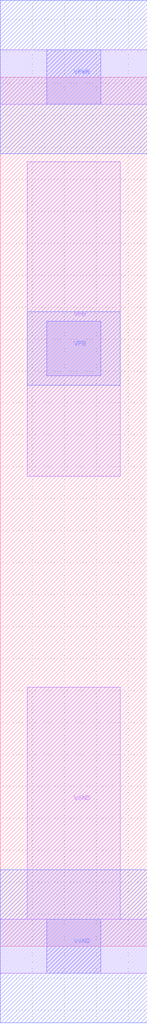
<source format=lef>
# Copyright 2020 The SkyWater PDK Authors
#
# Licensed under the Apache License, Version 2.0 (the "License");
# you may not use this file except in compliance with the License.
# You may obtain a copy of the License at
#
#     https://www.apache.org/licenses/LICENSE-2.0
#
# Unless required by applicable law or agreed to in writing, software
# distributed under the License is distributed on an "AS IS" BASIS,
# WITHOUT WARRANTIES OR CONDITIONS OF ANY KIND, either express or implied.
# See the License for the specific language governing permissions and
# limitations under the License.
#
# SPDX-License-Identifier: Apache-2.0

VERSION 5.7 ;
  NAMESCASESENSITIVE ON ;
  NOWIREEXTENSIONATPIN ON ;
  DIVIDERCHAR "/" ;
  BUSBITCHARS "[]" ;
UNITS
  DATABASE MICRONS 200 ;
END UNITS
MACRO sky130_fd_sc_hd__tapvgnd2_1
  CLASS CORE ;
  SOURCE USER ;
  FOREIGN sky130_fd_sc_hd__tapvgnd2_1 ;
  ORIGIN  0.000000  0.000000 ;
  SIZE  0.460000 BY  2.720000 ;
  SYMMETRY X Y R90 ;
  SITE unithd ;
  PIN VPB
    ANTENNADIFFAREA  0.148750 ;
    PORT
      LAYER li1 ;
        RECT 0.085000 1.470000 0.375000 2.455000 ;
      LAYER mcon ;
        RECT 0.145000 1.785000 0.315000 1.955000 ;
      LAYER met1 ;
        RECT 0.085000 1.755000 0.375000 1.985000 ;
    END
  END VPB
  PIN VGND
    DIRECTION INOUT ;
    SHAPE ABUTMENT ;
    USE GROUND ;
    PORT
      LAYER li1 ;
        RECT 0.000000 -0.085000 0.460000 0.085000 ;
        RECT 0.085000  0.085000 0.375000 0.810000 ;
      LAYER mcon ;
        RECT 0.145000 -0.085000 0.315000 0.085000 ;
      LAYER met1 ;
        RECT 0.000000 -0.240000 0.460000 0.240000 ;
    END
  END VGND
  PIN VPWR
    DIRECTION INOUT ;
    SHAPE ABUTMENT ;
    USE POWER ;
    PORT
      LAYER li1 ;
        RECT 0.000000 2.635000 0.460000 2.805000 ;
      LAYER mcon ;
        RECT 0.145000 2.635000 0.315000 2.805000 ;
      LAYER met1 ;
        RECT 0.000000 2.480000 0.460000 2.960000 ;
    END
  END VPWR
END sky130_fd_sc_hd__tapvgnd2_1

</source>
